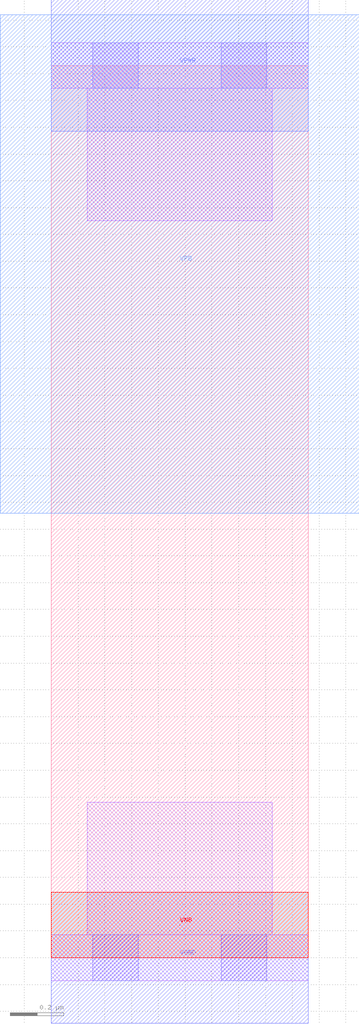
<source format=lef>
# Copyright 2020 The SkyWater PDK Authors
#
# Licensed under the Apache License, Version 2.0 (the "License");
# you may not use this file except in compliance with the License.
# You may obtain a copy of the License at
#
#     https://www.apache.org/licenses/LICENSE-2.0
#
# Unless required by applicable law or agreed to in writing, software
# distributed under the License is distributed on an "AS IS" BASIS,
# WITHOUT WARRANTIES OR CONDITIONS OF ANY KIND, either express or implied.
# See the License for the specific language governing permissions and
# limitations under the License.
#
# SPDX-License-Identifier: Apache-2.0

VERSION 5.7 ;
  NOWIREEXTENSIONATPIN ON ;
  DIVIDERCHAR "/" ;
  BUSBITCHARS "[]" ;
MACRO sky130_fd_sc_hs__fill_diode_2
  CLASS CORE SPACER ;
  FOREIGN sky130_fd_sc_hs__fill_diode_2 ;
  ORIGIN  0.000000  0.000000 ;
  SIZE  0.960000 BY  3.330000 ;
  SYMMETRY X Y ;
  SITE unit ;
  PIN VGND
    DIRECTION INOUT ;
    USE GROUND ;
    PORT
      LAYER met1 ;
        RECT 0.000000 -0.245000 0.960000 0.245000 ;
    END
  END VGND
  PIN VNB
    DIRECTION INOUT ;
    USE GROUND ;
    PORT
      LAYER pwell ;
        RECT 0.000000 0.000000 0.960000 0.245000 ;
    END
  END VNB
  PIN VPB
    DIRECTION INOUT ;
    USE POWER ;
    PORT
      LAYER nwell ;
        RECT -0.190000 1.660000 1.150000 3.520000 ;
    END
  END VPB
  PIN VPWR
    DIRECTION INOUT ;
    USE POWER ;
    PORT
      LAYER met1 ;
        RECT 0.000000 3.085000 0.960000 3.575000 ;
    END
  END VPWR
  OBS
    LAYER li1 ;
      RECT 0.000000 -0.085000 0.960000 0.085000 ;
      RECT 0.000000  3.245000 0.960000 3.415000 ;
      RECT 0.135000  0.085000 0.825000 0.580000 ;
      RECT 0.135000  2.750000 0.825000 3.245000 ;
    LAYER mcon ;
      RECT 0.155000 -0.085000 0.325000 0.085000 ;
      RECT 0.155000  3.245000 0.325000 3.415000 ;
      RECT 0.635000 -0.085000 0.805000 0.085000 ;
      RECT 0.635000  3.245000 0.805000 3.415000 ;
  END
END sky130_fd_sc_hs__fill_diode_2
END LIBRARY

</source>
